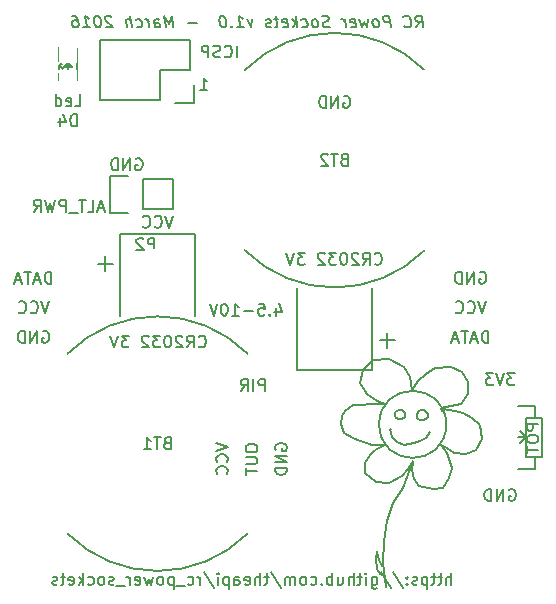
<source format=gbo>
%TF.GenerationSoftware,KiCad,Pcbnew,4.0.1-stable*%
%TF.CreationDate,2016-03-27T20:30:35+01:00*%
%TF.ProjectId,rc_power_sockets,72635F706F7765725F736F636B657473,rev?*%
%TF.FileFunction,Legend,Bot*%
%FSLAX46Y46*%
G04 Gerber Fmt 4.6, Leading zero omitted, Abs format (unit mm)*
G04 Created by KiCad (PCBNEW 4.0.1-stable) date 27/03/2016 20:30:35*
%MOMM*%
G01*
G04 APERTURE LIST*
%ADD10C,0.100000*%
%ADD11C,0.150000*%
%ADD12C,2.686000*%
%ADD13C,6.800000*%
%ADD14R,2.127200X2.432000*%
%ADD15O,2.127200X2.432000*%
%ADD16R,2.432000X2.127200*%
%ADD17O,2.432000X2.127200*%
%ADD18C,2.398980*%
%ADD19R,2.127200X2.127200*%
%ADD20O,2.127200X2.127200*%
%ADD21R,1.598880X1.598880*%
%ADD22R,2.432000X2.432000*%
%ADD23O,2.432000X2.432000*%
%ADD24C,4.800000*%
G04 APERTURE END LIST*
D10*
D11*
X167238095Y-91052381D02*
X166619047Y-91052381D01*
X166952381Y-91433333D01*
X166809523Y-91433333D01*
X166714285Y-91480952D01*
X166666666Y-91528571D01*
X166619047Y-91623810D01*
X166619047Y-91861905D01*
X166666666Y-91957143D01*
X166714285Y-92004762D01*
X166809523Y-92052381D01*
X167095238Y-92052381D01*
X167190476Y-92004762D01*
X167238095Y-91957143D01*
X166333333Y-91052381D02*
X166000000Y-92052381D01*
X165666666Y-91052381D01*
X165428571Y-91052381D02*
X164809523Y-91052381D01*
X165142857Y-91433333D01*
X164999999Y-91433333D01*
X164904761Y-91480952D01*
X164857142Y-91528571D01*
X164809523Y-91623810D01*
X164809523Y-91861905D01*
X164857142Y-91957143D01*
X164904761Y-92004762D01*
X164999999Y-92052381D01*
X165285714Y-92052381D01*
X165380952Y-92004762D01*
X165428571Y-91957143D01*
X135161904Y-72900000D02*
X135257142Y-72852381D01*
X135399999Y-72852381D01*
X135542857Y-72900000D01*
X135638095Y-72995238D01*
X135685714Y-73090476D01*
X135733333Y-73280952D01*
X135733333Y-73423810D01*
X135685714Y-73614286D01*
X135638095Y-73709524D01*
X135542857Y-73804762D01*
X135399999Y-73852381D01*
X135304761Y-73852381D01*
X135161904Y-73804762D01*
X135114285Y-73757143D01*
X135114285Y-73423810D01*
X135304761Y-73423810D01*
X134685714Y-73852381D02*
X134685714Y-72852381D01*
X134114285Y-73852381D01*
X134114285Y-72852381D01*
X133638095Y-73852381D02*
X133638095Y-72852381D01*
X133400000Y-72852381D01*
X133257142Y-72900000D01*
X133161904Y-72995238D01*
X133114285Y-73090476D01*
X133066666Y-73280952D01*
X133066666Y-73423810D01*
X133114285Y-73614286D01*
X133161904Y-73709524D01*
X133257142Y-73804762D01*
X133400000Y-73852381D01*
X133638095Y-73852381D01*
X166761904Y-100900000D02*
X166857142Y-100852381D01*
X166999999Y-100852381D01*
X167142857Y-100900000D01*
X167238095Y-100995238D01*
X167285714Y-101090476D01*
X167333333Y-101280952D01*
X167333333Y-101423810D01*
X167285714Y-101614286D01*
X167238095Y-101709524D01*
X167142857Y-101804762D01*
X166999999Y-101852381D01*
X166904761Y-101852381D01*
X166761904Y-101804762D01*
X166714285Y-101757143D01*
X166714285Y-101423810D01*
X166904761Y-101423810D01*
X166285714Y-101852381D02*
X166285714Y-100852381D01*
X165714285Y-101852381D01*
X165714285Y-100852381D01*
X165238095Y-101852381D02*
X165238095Y-100852381D01*
X165000000Y-100852381D01*
X164857142Y-100900000D01*
X164761904Y-100995238D01*
X164714285Y-101090476D01*
X164666666Y-101280952D01*
X164666666Y-101423810D01*
X164714285Y-101614286D01*
X164761904Y-101709524D01*
X164857142Y-101804762D01*
X165000000Y-101852381D01*
X165238095Y-101852381D01*
X146100000Y-92552381D02*
X146100000Y-91552381D01*
X145719047Y-91552381D01*
X145623809Y-91600000D01*
X145576190Y-91647619D01*
X145528571Y-91742857D01*
X145528571Y-91885714D01*
X145576190Y-91980952D01*
X145623809Y-92028571D01*
X145719047Y-92076190D01*
X146100000Y-92076190D01*
X145100000Y-92552381D02*
X145100000Y-91552381D01*
X144052381Y-92552381D02*
X144385715Y-92076190D01*
X144623810Y-92552381D02*
X144623810Y-91552381D01*
X144242857Y-91552381D01*
X144147619Y-91600000D01*
X144100000Y-91647619D01*
X144052381Y-91742857D01*
X144052381Y-91885714D01*
X144100000Y-91980952D01*
X144147619Y-92028571D01*
X144242857Y-92076190D01*
X144623810Y-92076190D01*
X147000000Y-97538096D02*
X146952381Y-97442858D01*
X146952381Y-97300001D01*
X147000000Y-97157143D01*
X147095238Y-97061905D01*
X147190476Y-97014286D01*
X147380952Y-96966667D01*
X147523810Y-96966667D01*
X147714286Y-97014286D01*
X147809524Y-97061905D01*
X147904762Y-97157143D01*
X147952381Y-97300001D01*
X147952381Y-97395239D01*
X147904762Y-97538096D01*
X147857143Y-97585715D01*
X147523810Y-97585715D01*
X147523810Y-97395239D01*
X147952381Y-98014286D02*
X146952381Y-98014286D01*
X147952381Y-98585715D01*
X146952381Y-98585715D01*
X147952381Y-99061905D02*
X146952381Y-99061905D01*
X146952381Y-99300000D01*
X147000000Y-99442858D01*
X147095238Y-99538096D01*
X147190476Y-99585715D01*
X147380952Y-99633334D01*
X147523810Y-99633334D01*
X147714286Y-99585715D01*
X147809524Y-99538096D01*
X147904762Y-99442858D01*
X147952381Y-99300000D01*
X147952381Y-99061905D01*
X144452381Y-97300000D02*
X144452381Y-97490477D01*
X144500000Y-97585715D01*
X144595238Y-97680953D01*
X144785714Y-97728572D01*
X145119048Y-97728572D01*
X145309524Y-97680953D01*
X145404762Y-97585715D01*
X145452381Y-97490477D01*
X145452381Y-97300000D01*
X145404762Y-97204762D01*
X145309524Y-97109524D01*
X145119048Y-97061905D01*
X144785714Y-97061905D01*
X144595238Y-97109524D01*
X144500000Y-97204762D01*
X144452381Y-97300000D01*
X144452381Y-98157143D02*
X145261905Y-98157143D01*
X145357143Y-98204762D01*
X145404762Y-98252381D01*
X145452381Y-98347619D01*
X145452381Y-98538096D01*
X145404762Y-98633334D01*
X145357143Y-98680953D01*
X145261905Y-98728572D01*
X144452381Y-98728572D01*
X144452381Y-99061905D02*
X144452381Y-99633334D01*
X145452381Y-99347619D02*
X144452381Y-99347619D01*
X141952381Y-96966667D02*
X142952381Y-97300000D01*
X141952381Y-97633334D01*
X142857143Y-98538096D02*
X142904762Y-98490477D01*
X142952381Y-98347620D01*
X142952381Y-98252382D01*
X142904762Y-98109524D01*
X142809524Y-98014286D01*
X142714286Y-97966667D01*
X142523810Y-97919048D01*
X142380952Y-97919048D01*
X142190476Y-97966667D01*
X142095238Y-98014286D01*
X142000000Y-98109524D01*
X141952381Y-98252382D01*
X141952381Y-98347620D01*
X142000000Y-98490477D01*
X142047619Y-98538096D01*
X142857143Y-99538096D02*
X142904762Y-99490477D01*
X142952381Y-99347620D01*
X142952381Y-99252382D01*
X142904762Y-99109524D01*
X142809524Y-99014286D01*
X142714286Y-98966667D01*
X142523810Y-98919048D01*
X142380952Y-98919048D01*
X142190476Y-98966667D01*
X142095238Y-99014286D01*
X142000000Y-99109524D01*
X141952381Y-99252382D01*
X141952381Y-99347620D01*
X142000000Y-99490477D01*
X142047619Y-99538096D01*
X165000000Y-88452381D02*
X165000000Y-87452381D01*
X164761905Y-87452381D01*
X164619047Y-87500000D01*
X164523809Y-87595238D01*
X164476190Y-87690476D01*
X164428571Y-87880952D01*
X164428571Y-88023810D01*
X164476190Y-88214286D01*
X164523809Y-88309524D01*
X164619047Y-88404762D01*
X164761905Y-88452381D01*
X165000000Y-88452381D01*
X164047619Y-88166667D02*
X163571428Y-88166667D01*
X164142857Y-88452381D02*
X163809524Y-87452381D01*
X163476190Y-88452381D01*
X163285714Y-87452381D02*
X162714285Y-87452381D01*
X163000000Y-88452381D02*
X163000000Y-87452381D01*
X162428571Y-88166667D02*
X161952380Y-88166667D01*
X162523809Y-88452381D02*
X162190476Y-87452381D01*
X161857142Y-88452381D01*
X164833333Y-84952381D02*
X164500000Y-85952381D01*
X164166666Y-84952381D01*
X163261904Y-85857143D02*
X163309523Y-85904762D01*
X163452380Y-85952381D01*
X163547618Y-85952381D01*
X163690476Y-85904762D01*
X163785714Y-85809524D01*
X163833333Y-85714286D01*
X163880952Y-85523810D01*
X163880952Y-85380952D01*
X163833333Y-85190476D01*
X163785714Y-85095238D01*
X163690476Y-85000000D01*
X163547618Y-84952381D01*
X163452380Y-84952381D01*
X163309523Y-85000000D01*
X163261904Y-85047619D01*
X162261904Y-85857143D02*
X162309523Y-85904762D01*
X162452380Y-85952381D01*
X162547618Y-85952381D01*
X162690476Y-85904762D01*
X162785714Y-85809524D01*
X162833333Y-85714286D01*
X162880952Y-85523810D01*
X162880952Y-85380952D01*
X162833333Y-85190476D01*
X162785714Y-85095238D01*
X162690476Y-85000000D01*
X162547618Y-84952381D01*
X162452380Y-84952381D01*
X162309523Y-85000000D01*
X162261904Y-85047619D01*
X164261904Y-82500000D02*
X164357142Y-82452381D01*
X164499999Y-82452381D01*
X164642857Y-82500000D01*
X164738095Y-82595238D01*
X164785714Y-82690476D01*
X164833333Y-82880952D01*
X164833333Y-83023810D01*
X164785714Y-83214286D01*
X164738095Y-83309524D01*
X164642857Y-83404762D01*
X164499999Y-83452381D01*
X164404761Y-83452381D01*
X164261904Y-83404762D01*
X164214285Y-83357143D01*
X164214285Y-83023810D01*
X164404761Y-83023810D01*
X163785714Y-83452381D02*
X163785714Y-82452381D01*
X163214285Y-83452381D01*
X163214285Y-82452381D01*
X162738095Y-83452381D02*
X162738095Y-82452381D01*
X162500000Y-82452381D01*
X162357142Y-82500000D01*
X162261904Y-82595238D01*
X162214285Y-82690476D01*
X162166666Y-82880952D01*
X162166666Y-83023810D01*
X162214285Y-83214286D01*
X162261904Y-83309524D01*
X162357142Y-83404762D01*
X162500000Y-83452381D01*
X162738095Y-83452381D01*
X127261904Y-87500000D02*
X127357142Y-87452381D01*
X127499999Y-87452381D01*
X127642857Y-87500000D01*
X127738095Y-87595238D01*
X127785714Y-87690476D01*
X127833333Y-87880952D01*
X127833333Y-88023810D01*
X127785714Y-88214286D01*
X127738095Y-88309524D01*
X127642857Y-88404762D01*
X127499999Y-88452381D01*
X127404761Y-88452381D01*
X127261904Y-88404762D01*
X127214285Y-88357143D01*
X127214285Y-88023810D01*
X127404761Y-88023810D01*
X126785714Y-88452381D02*
X126785714Y-87452381D01*
X126214285Y-88452381D01*
X126214285Y-87452381D01*
X125738095Y-88452381D02*
X125738095Y-87452381D01*
X125500000Y-87452381D01*
X125357142Y-87500000D01*
X125261904Y-87595238D01*
X125214285Y-87690476D01*
X125166666Y-87880952D01*
X125166666Y-88023810D01*
X125214285Y-88214286D01*
X125261904Y-88309524D01*
X125357142Y-88404762D01*
X125500000Y-88452381D01*
X125738095Y-88452381D01*
X127833333Y-84952381D02*
X127500000Y-85952381D01*
X127166666Y-84952381D01*
X126261904Y-85857143D02*
X126309523Y-85904762D01*
X126452380Y-85952381D01*
X126547618Y-85952381D01*
X126690476Y-85904762D01*
X126785714Y-85809524D01*
X126833333Y-85714286D01*
X126880952Y-85523810D01*
X126880952Y-85380952D01*
X126833333Y-85190476D01*
X126785714Y-85095238D01*
X126690476Y-85000000D01*
X126547618Y-84952381D01*
X126452380Y-84952381D01*
X126309523Y-85000000D01*
X126261904Y-85047619D01*
X125261904Y-85857143D02*
X125309523Y-85904762D01*
X125452380Y-85952381D01*
X125547618Y-85952381D01*
X125690476Y-85904762D01*
X125785714Y-85809524D01*
X125833333Y-85714286D01*
X125880952Y-85523810D01*
X125880952Y-85380952D01*
X125833333Y-85190476D01*
X125785714Y-85095238D01*
X125690476Y-85000000D01*
X125547618Y-84952381D01*
X125452380Y-84952381D01*
X125309523Y-85000000D01*
X125261904Y-85047619D01*
X128000000Y-83452381D02*
X128000000Y-82452381D01*
X127761905Y-82452381D01*
X127619047Y-82500000D01*
X127523809Y-82595238D01*
X127476190Y-82690476D01*
X127428571Y-82880952D01*
X127428571Y-83023810D01*
X127476190Y-83214286D01*
X127523809Y-83309524D01*
X127619047Y-83404762D01*
X127761905Y-83452381D01*
X128000000Y-83452381D01*
X127047619Y-83166667D02*
X126571428Y-83166667D01*
X127142857Y-83452381D02*
X126809524Y-82452381D01*
X126476190Y-83452381D01*
X126285714Y-82452381D02*
X125714285Y-82452381D01*
X126000000Y-83452381D02*
X126000000Y-82452381D01*
X125428571Y-83166667D02*
X124952380Y-83166667D01*
X125523809Y-83452381D02*
X125190476Y-82452381D01*
X124857142Y-83452381D01*
X140480952Y-88757143D02*
X140528571Y-88804762D01*
X140671428Y-88852381D01*
X140766666Y-88852381D01*
X140909524Y-88804762D01*
X141004762Y-88709524D01*
X141052381Y-88614286D01*
X141100000Y-88423810D01*
X141100000Y-88280952D01*
X141052381Y-88090476D01*
X141004762Y-87995238D01*
X140909524Y-87900000D01*
X140766666Y-87852381D01*
X140671428Y-87852381D01*
X140528571Y-87900000D01*
X140480952Y-87947619D01*
X139480952Y-88852381D02*
X139814286Y-88376190D01*
X140052381Y-88852381D02*
X140052381Y-87852381D01*
X139671428Y-87852381D01*
X139576190Y-87900000D01*
X139528571Y-87947619D01*
X139480952Y-88042857D01*
X139480952Y-88185714D01*
X139528571Y-88280952D01*
X139576190Y-88328571D01*
X139671428Y-88376190D01*
X140052381Y-88376190D01*
X139100000Y-87947619D02*
X139052381Y-87900000D01*
X138957143Y-87852381D01*
X138719047Y-87852381D01*
X138623809Y-87900000D01*
X138576190Y-87947619D01*
X138528571Y-88042857D01*
X138528571Y-88138095D01*
X138576190Y-88280952D01*
X139147619Y-88852381D01*
X138528571Y-88852381D01*
X137909524Y-87852381D02*
X137814285Y-87852381D01*
X137719047Y-87900000D01*
X137671428Y-87947619D01*
X137623809Y-88042857D01*
X137576190Y-88233333D01*
X137576190Y-88471429D01*
X137623809Y-88661905D01*
X137671428Y-88757143D01*
X137719047Y-88804762D01*
X137814285Y-88852381D01*
X137909524Y-88852381D01*
X138004762Y-88804762D01*
X138052381Y-88757143D01*
X138100000Y-88661905D01*
X138147619Y-88471429D01*
X138147619Y-88233333D01*
X138100000Y-88042857D01*
X138052381Y-87947619D01*
X138004762Y-87900000D01*
X137909524Y-87852381D01*
X137242857Y-87852381D02*
X136623809Y-87852381D01*
X136957143Y-88233333D01*
X136814285Y-88233333D01*
X136719047Y-88280952D01*
X136671428Y-88328571D01*
X136623809Y-88423810D01*
X136623809Y-88661905D01*
X136671428Y-88757143D01*
X136719047Y-88804762D01*
X136814285Y-88852381D01*
X137100000Y-88852381D01*
X137195238Y-88804762D01*
X137242857Y-88757143D01*
X136242857Y-87947619D02*
X136195238Y-87900000D01*
X136100000Y-87852381D01*
X135861904Y-87852381D01*
X135766666Y-87900000D01*
X135719047Y-87947619D01*
X135671428Y-88042857D01*
X135671428Y-88138095D01*
X135719047Y-88280952D01*
X136290476Y-88852381D01*
X135671428Y-88852381D01*
X134576190Y-87852381D02*
X133957142Y-87852381D01*
X134290476Y-88233333D01*
X134147618Y-88233333D01*
X134052380Y-88280952D01*
X134004761Y-88328571D01*
X133957142Y-88423810D01*
X133957142Y-88661905D01*
X134004761Y-88757143D01*
X134052380Y-88804762D01*
X134147618Y-88852381D01*
X134433333Y-88852381D01*
X134528571Y-88804762D01*
X134576190Y-88757143D01*
X133671428Y-87852381D02*
X133338095Y-88852381D01*
X133004761Y-87852381D01*
X155380952Y-81757143D02*
X155428571Y-81804762D01*
X155571428Y-81852381D01*
X155666666Y-81852381D01*
X155809524Y-81804762D01*
X155904762Y-81709524D01*
X155952381Y-81614286D01*
X156000000Y-81423810D01*
X156000000Y-81280952D01*
X155952381Y-81090476D01*
X155904762Y-80995238D01*
X155809524Y-80900000D01*
X155666666Y-80852381D01*
X155571428Y-80852381D01*
X155428571Y-80900000D01*
X155380952Y-80947619D01*
X154380952Y-81852381D02*
X154714286Y-81376190D01*
X154952381Y-81852381D02*
X154952381Y-80852381D01*
X154571428Y-80852381D01*
X154476190Y-80900000D01*
X154428571Y-80947619D01*
X154380952Y-81042857D01*
X154380952Y-81185714D01*
X154428571Y-81280952D01*
X154476190Y-81328571D01*
X154571428Y-81376190D01*
X154952381Y-81376190D01*
X154000000Y-80947619D02*
X153952381Y-80900000D01*
X153857143Y-80852381D01*
X153619047Y-80852381D01*
X153523809Y-80900000D01*
X153476190Y-80947619D01*
X153428571Y-81042857D01*
X153428571Y-81138095D01*
X153476190Y-81280952D01*
X154047619Y-81852381D01*
X153428571Y-81852381D01*
X152809524Y-80852381D02*
X152714285Y-80852381D01*
X152619047Y-80900000D01*
X152571428Y-80947619D01*
X152523809Y-81042857D01*
X152476190Y-81233333D01*
X152476190Y-81471429D01*
X152523809Y-81661905D01*
X152571428Y-81757143D01*
X152619047Y-81804762D01*
X152714285Y-81852381D01*
X152809524Y-81852381D01*
X152904762Y-81804762D01*
X152952381Y-81757143D01*
X153000000Y-81661905D01*
X153047619Y-81471429D01*
X153047619Y-81233333D01*
X153000000Y-81042857D01*
X152952381Y-80947619D01*
X152904762Y-80900000D01*
X152809524Y-80852381D01*
X152142857Y-80852381D02*
X151523809Y-80852381D01*
X151857143Y-81233333D01*
X151714285Y-81233333D01*
X151619047Y-81280952D01*
X151571428Y-81328571D01*
X151523809Y-81423810D01*
X151523809Y-81661905D01*
X151571428Y-81757143D01*
X151619047Y-81804762D01*
X151714285Y-81852381D01*
X152000000Y-81852381D01*
X152095238Y-81804762D01*
X152142857Y-81757143D01*
X151142857Y-80947619D02*
X151095238Y-80900000D01*
X151000000Y-80852381D01*
X150761904Y-80852381D01*
X150666666Y-80900000D01*
X150619047Y-80947619D01*
X150571428Y-81042857D01*
X150571428Y-81138095D01*
X150619047Y-81280952D01*
X151190476Y-81852381D01*
X150571428Y-81852381D01*
X149476190Y-80852381D02*
X148857142Y-80852381D01*
X149190476Y-81233333D01*
X149047618Y-81233333D01*
X148952380Y-81280952D01*
X148904761Y-81328571D01*
X148857142Y-81423810D01*
X148857142Y-81661905D01*
X148904761Y-81757143D01*
X148952380Y-81804762D01*
X149047618Y-81852381D01*
X149333333Y-81852381D01*
X149428571Y-81804762D01*
X149476190Y-81757143D01*
X148571428Y-80852381D02*
X148238095Y-81852381D01*
X147904761Y-80852381D01*
X152761904Y-67600000D02*
X152857142Y-67552381D01*
X152999999Y-67552381D01*
X153142857Y-67600000D01*
X153238095Y-67695238D01*
X153285714Y-67790476D01*
X153333333Y-67980952D01*
X153333333Y-68123810D01*
X153285714Y-68314286D01*
X153238095Y-68409524D01*
X153142857Y-68504762D01*
X152999999Y-68552381D01*
X152904761Y-68552381D01*
X152761904Y-68504762D01*
X152714285Y-68457143D01*
X152714285Y-68123810D01*
X152904761Y-68123810D01*
X152285714Y-68552381D02*
X152285714Y-67552381D01*
X151714285Y-68552381D01*
X151714285Y-67552381D01*
X151238095Y-68552381D02*
X151238095Y-67552381D01*
X151000000Y-67552381D01*
X150857142Y-67600000D01*
X150761904Y-67695238D01*
X150714285Y-67790476D01*
X150666666Y-67980952D01*
X150666666Y-68123810D01*
X150714285Y-68314286D01*
X150761904Y-68409524D01*
X150857142Y-68504762D01*
X151000000Y-68552381D01*
X151238095Y-68552381D01*
X161880954Y-108952381D02*
X161880954Y-107952381D01*
X161452382Y-108952381D02*
X161452382Y-108428571D01*
X161500001Y-108333333D01*
X161595239Y-108285714D01*
X161738097Y-108285714D01*
X161833335Y-108333333D01*
X161880954Y-108380952D01*
X161119049Y-108285714D02*
X160738097Y-108285714D01*
X160976192Y-107952381D02*
X160976192Y-108809524D01*
X160928573Y-108904762D01*
X160833335Y-108952381D01*
X160738097Y-108952381D01*
X160547620Y-108285714D02*
X160166668Y-108285714D01*
X160404763Y-107952381D02*
X160404763Y-108809524D01*
X160357144Y-108904762D01*
X160261906Y-108952381D01*
X160166668Y-108952381D01*
X159833334Y-108285714D02*
X159833334Y-109285714D01*
X159833334Y-108333333D02*
X159738096Y-108285714D01*
X159547619Y-108285714D01*
X159452381Y-108333333D01*
X159404762Y-108380952D01*
X159357143Y-108476190D01*
X159357143Y-108761905D01*
X159404762Y-108857143D01*
X159452381Y-108904762D01*
X159547619Y-108952381D01*
X159738096Y-108952381D01*
X159833334Y-108904762D01*
X158976191Y-108904762D02*
X158880953Y-108952381D01*
X158690477Y-108952381D01*
X158595238Y-108904762D01*
X158547619Y-108809524D01*
X158547619Y-108761905D01*
X158595238Y-108666667D01*
X158690477Y-108619048D01*
X158833334Y-108619048D01*
X158928572Y-108571429D01*
X158976191Y-108476190D01*
X158976191Y-108428571D01*
X158928572Y-108333333D01*
X158833334Y-108285714D01*
X158690477Y-108285714D01*
X158595238Y-108333333D01*
X158119048Y-108857143D02*
X158071429Y-108904762D01*
X158119048Y-108952381D01*
X158166667Y-108904762D01*
X158119048Y-108857143D01*
X158119048Y-108952381D01*
X158119048Y-108333333D02*
X158071429Y-108380952D01*
X158119048Y-108428571D01*
X158166667Y-108380952D01*
X158119048Y-108333333D01*
X158119048Y-108428571D01*
X156928572Y-107904762D02*
X157785715Y-109190476D01*
X155880953Y-107904762D02*
X156738096Y-109190476D01*
X155119048Y-108285714D02*
X155119048Y-109095238D01*
X155166667Y-109190476D01*
X155214286Y-109238095D01*
X155309525Y-109285714D01*
X155452382Y-109285714D01*
X155547620Y-109238095D01*
X155119048Y-108904762D02*
X155214286Y-108952381D01*
X155404763Y-108952381D01*
X155500001Y-108904762D01*
X155547620Y-108857143D01*
X155595239Y-108761905D01*
X155595239Y-108476190D01*
X155547620Y-108380952D01*
X155500001Y-108333333D01*
X155404763Y-108285714D01*
X155214286Y-108285714D01*
X155119048Y-108333333D01*
X154642858Y-108952381D02*
X154642858Y-108285714D01*
X154642858Y-107952381D02*
X154690477Y-108000000D01*
X154642858Y-108047619D01*
X154595239Y-108000000D01*
X154642858Y-107952381D01*
X154642858Y-108047619D01*
X154309525Y-108285714D02*
X153928573Y-108285714D01*
X154166668Y-107952381D02*
X154166668Y-108809524D01*
X154119049Y-108904762D01*
X154023811Y-108952381D01*
X153928573Y-108952381D01*
X153595239Y-108952381D02*
X153595239Y-107952381D01*
X153166667Y-108952381D02*
X153166667Y-108428571D01*
X153214286Y-108333333D01*
X153309524Y-108285714D01*
X153452382Y-108285714D01*
X153547620Y-108333333D01*
X153595239Y-108380952D01*
X152261905Y-108285714D02*
X152261905Y-108952381D01*
X152690477Y-108285714D02*
X152690477Y-108809524D01*
X152642858Y-108904762D01*
X152547620Y-108952381D01*
X152404762Y-108952381D01*
X152309524Y-108904762D01*
X152261905Y-108857143D01*
X151785715Y-108952381D02*
X151785715Y-107952381D01*
X151785715Y-108333333D02*
X151690477Y-108285714D01*
X151500000Y-108285714D01*
X151404762Y-108333333D01*
X151357143Y-108380952D01*
X151309524Y-108476190D01*
X151309524Y-108761905D01*
X151357143Y-108857143D01*
X151404762Y-108904762D01*
X151500000Y-108952381D01*
X151690477Y-108952381D01*
X151785715Y-108904762D01*
X150880953Y-108857143D02*
X150833334Y-108904762D01*
X150880953Y-108952381D01*
X150928572Y-108904762D01*
X150880953Y-108857143D01*
X150880953Y-108952381D01*
X149976191Y-108904762D02*
X150071429Y-108952381D01*
X150261906Y-108952381D01*
X150357144Y-108904762D01*
X150404763Y-108857143D01*
X150452382Y-108761905D01*
X150452382Y-108476190D01*
X150404763Y-108380952D01*
X150357144Y-108333333D01*
X150261906Y-108285714D01*
X150071429Y-108285714D01*
X149976191Y-108333333D01*
X149404763Y-108952381D02*
X149500001Y-108904762D01*
X149547620Y-108857143D01*
X149595239Y-108761905D01*
X149595239Y-108476190D01*
X149547620Y-108380952D01*
X149500001Y-108333333D01*
X149404763Y-108285714D01*
X149261905Y-108285714D01*
X149166667Y-108333333D01*
X149119048Y-108380952D01*
X149071429Y-108476190D01*
X149071429Y-108761905D01*
X149119048Y-108857143D01*
X149166667Y-108904762D01*
X149261905Y-108952381D01*
X149404763Y-108952381D01*
X148642858Y-108952381D02*
X148642858Y-108285714D01*
X148642858Y-108380952D02*
X148595239Y-108333333D01*
X148500001Y-108285714D01*
X148357143Y-108285714D01*
X148261905Y-108333333D01*
X148214286Y-108428571D01*
X148214286Y-108952381D01*
X148214286Y-108428571D02*
X148166667Y-108333333D01*
X148071429Y-108285714D01*
X147928572Y-108285714D01*
X147833334Y-108333333D01*
X147785715Y-108428571D01*
X147785715Y-108952381D01*
X146595239Y-107904762D02*
X147452382Y-109190476D01*
X146404763Y-108285714D02*
X146023811Y-108285714D01*
X146261906Y-107952381D02*
X146261906Y-108809524D01*
X146214287Y-108904762D01*
X146119049Y-108952381D01*
X146023811Y-108952381D01*
X145690477Y-108952381D02*
X145690477Y-107952381D01*
X145261905Y-108952381D02*
X145261905Y-108428571D01*
X145309524Y-108333333D01*
X145404762Y-108285714D01*
X145547620Y-108285714D01*
X145642858Y-108333333D01*
X145690477Y-108380952D01*
X144404762Y-108904762D02*
X144500000Y-108952381D01*
X144690477Y-108952381D01*
X144785715Y-108904762D01*
X144833334Y-108809524D01*
X144833334Y-108428571D01*
X144785715Y-108333333D01*
X144690477Y-108285714D01*
X144500000Y-108285714D01*
X144404762Y-108333333D01*
X144357143Y-108428571D01*
X144357143Y-108523810D01*
X144833334Y-108619048D01*
X143500000Y-108952381D02*
X143500000Y-108428571D01*
X143547619Y-108333333D01*
X143642857Y-108285714D01*
X143833334Y-108285714D01*
X143928572Y-108333333D01*
X143500000Y-108904762D02*
X143595238Y-108952381D01*
X143833334Y-108952381D01*
X143928572Y-108904762D01*
X143976191Y-108809524D01*
X143976191Y-108714286D01*
X143928572Y-108619048D01*
X143833334Y-108571429D01*
X143595238Y-108571429D01*
X143500000Y-108523810D01*
X143023810Y-108285714D02*
X143023810Y-109285714D01*
X143023810Y-108333333D02*
X142928572Y-108285714D01*
X142738095Y-108285714D01*
X142642857Y-108333333D01*
X142595238Y-108380952D01*
X142547619Y-108476190D01*
X142547619Y-108761905D01*
X142595238Y-108857143D01*
X142642857Y-108904762D01*
X142738095Y-108952381D01*
X142928572Y-108952381D01*
X143023810Y-108904762D01*
X142119048Y-108952381D02*
X142119048Y-108285714D01*
X142119048Y-107952381D02*
X142166667Y-108000000D01*
X142119048Y-108047619D01*
X142071429Y-108000000D01*
X142119048Y-107952381D01*
X142119048Y-108047619D01*
X140928572Y-107904762D02*
X141785715Y-109190476D01*
X140595239Y-108952381D02*
X140595239Y-108285714D01*
X140595239Y-108476190D02*
X140547620Y-108380952D01*
X140500001Y-108333333D01*
X140404763Y-108285714D01*
X140309524Y-108285714D01*
X139547619Y-108904762D02*
X139642857Y-108952381D01*
X139833334Y-108952381D01*
X139928572Y-108904762D01*
X139976191Y-108857143D01*
X140023810Y-108761905D01*
X140023810Y-108476190D01*
X139976191Y-108380952D01*
X139928572Y-108333333D01*
X139833334Y-108285714D01*
X139642857Y-108285714D01*
X139547619Y-108333333D01*
X139357143Y-109047619D02*
X138595238Y-109047619D01*
X138357143Y-108285714D02*
X138357143Y-109285714D01*
X138357143Y-108333333D02*
X138261905Y-108285714D01*
X138071428Y-108285714D01*
X137976190Y-108333333D01*
X137928571Y-108380952D01*
X137880952Y-108476190D01*
X137880952Y-108761905D01*
X137928571Y-108857143D01*
X137976190Y-108904762D01*
X138071428Y-108952381D01*
X138261905Y-108952381D01*
X138357143Y-108904762D01*
X137309524Y-108952381D02*
X137404762Y-108904762D01*
X137452381Y-108857143D01*
X137500000Y-108761905D01*
X137500000Y-108476190D01*
X137452381Y-108380952D01*
X137404762Y-108333333D01*
X137309524Y-108285714D01*
X137166666Y-108285714D01*
X137071428Y-108333333D01*
X137023809Y-108380952D01*
X136976190Y-108476190D01*
X136976190Y-108761905D01*
X137023809Y-108857143D01*
X137071428Y-108904762D01*
X137166666Y-108952381D01*
X137309524Y-108952381D01*
X136642857Y-108285714D02*
X136452381Y-108952381D01*
X136261904Y-108476190D01*
X136071428Y-108952381D01*
X135880952Y-108285714D01*
X135119047Y-108904762D02*
X135214285Y-108952381D01*
X135404762Y-108952381D01*
X135500000Y-108904762D01*
X135547619Y-108809524D01*
X135547619Y-108428571D01*
X135500000Y-108333333D01*
X135404762Y-108285714D01*
X135214285Y-108285714D01*
X135119047Y-108333333D01*
X135071428Y-108428571D01*
X135071428Y-108523810D01*
X135547619Y-108619048D01*
X134642857Y-108952381D02*
X134642857Y-108285714D01*
X134642857Y-108476190D02*
X134595238Y-108380952D01*
X134547619Y-108333333D01*
X134452381Y-108285714D01*
X134357142Y-108285714D01*
X134261904Y-109047619D02*
X133499999Y-109047619D01*
X133309523Y-108904762D02*
X133214285Y-108952381D01*
X133023809Y-108952381D01*
X132928570Y-108904762D01*
X132880951Y-108809524D01*
X132880951Y-108761905D01*
X132928570Y-108666667D01*
X133023809Y-108619048D01*
X133166666Y-108619048D01*
X133261904Y-108571429D01*
X133309523Y-108476190D01*
X133309523Y-108428571D01*
X133261904Y-108333333D01*
X133166666Y-108285714D01*
X133023809Y-108285714D01*
X132928570Y-108333333D01*
X132309523Y-108952381D02*
X132404761Y-108904762D01*
X132452380Y-108857143D01*
X132499999Y-108761905D01*
X132499999Y-108476190D01*
X132452380Y-108380952D01*
X132404761Y-108333333D01*
X132309523Y-108285714D01*
X132166665Y-108285714D01*
X132071427Y-108333333D01*
X132023808Y-108380952D01*
X131976189Y-108476190D01*
X131976189Y-108761905D01*
X132023808Y-108857143D01*
X132071427Y-108904762D01*
X132166665Y-108952381D01*
X132309523Y-108952381D01*
X131119046Y-108904762D02*
X131214284Y-108952381D01*
X131404761Y-108952381D01*
X131499999Y-108904762D01*
X131547618Y-108857143D01*
X131595237Y-108761905D01*
X131595237Y-108476190D01*
X131547618Y-108380952D01*
X131499999Y-108333333D01*
X131404761Y-108285714D01*
X131214284Y-108285714D01*
X131119046Y-108333333D01*
X130690475Y-108952381D02*
X130690475Y-107952381D01*
X130595237Y-108571429D02*
X130309522Y-108952381D01*
X130309522Y-108285714D02*
X130690475Y-108666667D01*
X129499998Y-108904762D02*
X129595236Y-108952381D01*
X129785713Y-108952381D01*
X129880951Y-108904762D01*
X129928570Y-108809524D01*
X129928570Y-108428571D01*
X129880951Y-108333333D01*
X129785713Y-108285714D01*
X129595236Y-108285714D01*
X129499998Y-108333333D01*
X129452379Y-108428571D01*
X129452379Y-108523810D01*
X129928570Y-108619048D01*
X129166665Y-108285714D02*
X128785713Y-108285714D01*
X129023808Y-107952381D02*
X129023808Y-108809524D01*
X128976189Y-108904762D01*
X128880951Y-108952381D01*
X128785713Y-108952381D01*
X128499998Y-108904762D02*
X128404760Y-108952381D01*
X128214284Y-108952381D01*
X128119045Y-108904762D01*
X128071426Y-108809524D01*
X128071426Y-108761905D01*
X128119045Y-108666667D01*
X128214284Y-108619048D01*
X128357141Y-108619048D01*
X128452379Y-108571429D01*
X128499998Y-108476190D01*
X128499998Y-108428571D01*
X128452379Y-108333333D01*
X128357141Y-108285714D01*
X128214284Y-108285714D01*
X128119045Y-108333333D01*
X140614285Y-67052381D02*
X141185714Y-67052381D01*
X140900000Y-67052381D02*
X140900000Y-66052381D01*
X140995238Y-66195238D01*
X141090476Y-66290476D01*
X141185714Y-66338095D01*
X147023809Y-85485714D02*
X147023809Y-86152381D01*
X147261905Y-85104762D02*
X147500000Y-85819048D01*
X146880952Y-85819048D01*
X146500000Y-86057143D02*
X146452381Y-86104762D01*
X146500000Y-86152381D01*
X146547619Y-86104762D01*
X146500000Y-86057143D01*
X146500000Y-86152381D01*
X145547619Y-85152381D02*
X146023810Y-85152381D01*
X146071429Y-85628571D01*
X146023810Y-85580952D01*
X145928572Y-85533333D01*
X145690476Y-85533333D01*
X145595238Y-85580952D01*
X145547619Y-85628571D01*
X145500000Y-85723810D01*
X145500000Y-85961905D01*
X145547619Y-86057143D01*
X145595238Y-86104762D01*
X145690476Y-86152381D01*
X145928572Y-86152381D01*
X146023810Y-86104762D01*
X146071429Y-86057143D01*
X145071429Y-85771429D02*
X144309524Y-85771429D01*
X143309524Y-86152381D02*
X143880953Y-86152381D01*
X143595239Y-86152381D02*
X143595239Y-85152381D01*
X143690477Y-85295238D01*
X143785715Y-85390476D01*
X143880953Y-85438095D01*
X142690477Y-85152381D02*
X142595238Y-85152381D01*
X142500000Y-85200000D01*
X142452381Y-85247619D01*
X142404762Y-85342857D01*
X142357143Y-85533333D01*
X142357143Y-85771429D01*
X142404762Y-85961905D01*
X142452381Y-86057143D01*
X142500000Y-86104762D01*
X142595238Y-86152381D01*
X142690477Y-86152381D01*
X142785715Y-86104762D01*
X142833334Y-86057143D01*
X142880953Y-85961905D01*
X142928572Y-85771429D01*
X142928572Y-85533333D01*
X142880953Y-85342857D01*
X142833334Y-85247619D01*
X142785715Y-85200000D01*
X142690477Y-85152381D01*
X142071429Y-85152381D02*
X141738096Y-86152381D01*
X141404762Y-85152381D01*
X158918454Y-61752381D02*
X159192264Y-61276190D01*
X159489883Y-61752381D02*
X159364883Y-60752381D01*
X158983930Y-60752381D01*
X158894644Y-60800000D01*
X158852977Y-60847619D01*
X158817263Y-60942857D01*
X158835120Y-61085714D01*
X158894644Y-61180952D01*
X158948215Y-61228571D01*
X159049406Y-61276190D01*
X159430359Y-61276190D01*
X157906549Y-61657143D02*
X157960120Y-61704762D01*
X158108930Y-61752381D01*
X158204168Y-61752381D01*
X158341073Y-61704762D01*
X158424406Y-61609524D01*
X158460121Y-61514286D01*
X158483930Y-61323810D01*
X158466073Y-61180952D01*
X158394644Y-60990476D01*
X158335121Y-60895238D01*
X158227978Y-60800000D01*
X158079168Y-60752381D01*
X157983930Y-60752381D01*
X157847025Y-60800000D01*
X157805358Y-60847619D01*
X156727978Y-61752381D02*
X156602978Y-60752381D01*
X156222025Y-60752381D01*
X156132739Y-60800000D01*
X156091072Y-60847619D01*
X156055358Y-60942857D01*
X156073215Y-61085714D01*
X156132739Y-61180952D01*
X156186310Y-61228571D01*
X156287501Y-61276190D01*
X156668454Y-61276190D01*
X155585121Y-61752381D02*
X155674406Y-61704762D01*
X155716073Y-61657143D01*
X155751787Y-61561905D01*
X155716073Y-61276190D01*
X155656549Y-61180952D01*
X155602978Y-61133333D01*
X155501787Y-61085714D01*
X155358929Y-61085714D01*
X155269644Y-61133333D01*
X155227977Y-61180952D01*
X155192263Y-61276190D01*
X155227977Y-61561905D01*
X155287501Y-61657143D01*
X155341072Y-61704762D01*
X155442263Y-61752381D01*
X155585121Y-61752381D01*
X154835120Y-61085714D02*
X154727978Y-61752381D01*
X154477977Y-61276190D01*
X154347025Y-61752381D01*
X154073215Y-61085714D01*
X153388691Y-61704762D02*
X153489882Y-61752381D01*
X153680359Y-61752381D01*
X153769644Y-61704762D01*
X153805358Y-61609524D01*
X153757739Y-61228571D01*
X153698216Y-61133333D01*
X153597025Y-61085714D01*
X153406548Y-61085714D01*
X153317263Y-61133333D01*
X153281548Y-61228571D01*
X153293453Y-61323810D01*
X153781549Y-61419048D01*
X152918454Y-61752381D02*
X152835120Y-61085714D01*
X152858930Y-61276190D02*
X152799406Y-61180952D01*
X152745835Y-61133333D01*
X152644644Y-61085714D01*
X152549405Y-61085714D01*
X151579167Y-61704762D02*
X151442263Y-61752381D01*
X151204167Y-61752381D01*
X151102976Y-61704762D01*
X151049405Y-61657143D01*
X150989881Y-61561905D01*
X150977976Y-61466667D01*
X151013691Y-61371429D01*
X151055357Y-61323810D01*
X151144643Y-61276190D01*
X151329167Y-61228571D01*
X151418453Y-61180952D01*
X151460120Y-61133333D01*
X151495834Y-61038095D01*
X151483929Y-60942857D01*
X151424405Y-60847619D01*
X151370834Y-60800000D01*
X151269644Y-60752381D01*
X151031548Y-60752381D01*
X150894643Y-60800000D01*
X150442263Y-61752381D02*
X150531548Y-61704762D01*
X150573215Y-61657143D01*
X150608929Y-61561905D01*
X150573215Y-61276190D01*
X150513691Y-61180952D01*
X150460120Y-61133333D01*
X150358929Y-61085714D01*
X150216071Y-61085714D01*
X150126786Y-61133333D01*
X150085119Y-61180952D01*
X150049405Y-61276190D01*
X150085119Y-61561905D01*
X150144643Y-61657143D01*
X150198214Y-61704762D01*
X150299405Y-61752381D01*
X150442263Y-61752381D01*
X149245833Y-61704762D02*
X149347024Y-61752381D01*
X149537501Y-61752381D01*
X149626786Y-61704762D01*
X149668453Y-61657143D01*
X149704167Y-61561905D01*
X149668453Y-61276190D01*
X149608929Y-61180952D01*
X149555358Y-61133333D01*
X149454167Y-61085714D01*
X149263690Y-61085714D01*
X149174405Y-61133333D01*
X148823215Y-61752381D02*
X148698215Y-60752381D01*
X148680358Y-61371429D02*
X148442262Y-61752381D01*
X148358928Y-61085714D02*
X148787500Y-61466667D01*
X147626785Y-61704762D02*
X147727976Y-61752381D01*
X147918453Y-61752381D01*
X148007738Y-61704762D01*
X148043452Y-61609524D01*
X147995833Y-61228571D01*
X147936310Y-61133333D01*
X147835119Y-61085714D01*
X147644642Y-61085714D01*
X147555357Y-61133333D01*
X147519642Y-61228571D01*
X147531547Y-61323810D01*
X148019643Y-61419048D01*
X147216071Y-61085714D02*
X146835119Y-61085714D01*
X147031548Y-60752381D02*
X147138690Y-61609524D01*
X147102976Y-61704762D01*
X147013691Y-61752381D01*
X146918453Y-61752381D01*
X146626785Y-61704762D02*
X146537500Y-61752381D01*
X146347024Y-61752381D01*
X146245832Y-61704762D01*
X146186308Y-61609524D01*
X146180356Y-61561905D01*
X146216070Y-61466667D01*
X146305357Y-61419048D01*
X146448214Y-61419048D01*
X146537500Y-61371429D01*
X146573214Y-61276190D01*
X146567261Y-61228571D01*
X146507738Y-61133333D01*
X146406547Y-61085714D01*
X146263690Y-61085714D01*
X146174404Y-61133333D01*
X145025594Y-61085714D02*
X144870833Y-61752381D01*
X144549403Y-61085714D01*
X143727975Y-61752381D02*
X144299404Y-61752381D01*
X144013690Y-61752381D02*
X143888690Y-60752381D01*
X144001785Y-60895238D01*
X144108927Y-60990476D01*
X144210118Y-61038095D01*
X143287499Y-61657143D02*
X143245832Y-61704762D01*
X143299404Y-61752381D01*
X143341070Y-61704762D01*
X143287499Y-61657143D01*
X143299404Y-61752381D01*
X142507738Y-60752381D02*
X142412499Y-60752381D01*
X142323213Y-60800000D01*
X142281546Y-60847619D01*
X142245832Y-60942857D01*
X142222023Y-61133333D01*
X142251785Y-61371429D01*
X142323213Y-61561905D01*
X142382737Y-61657143D01*
X142436308Y-61704762D01*
X142537499Y-61752381D01*
X142632738Y-61752381D01*
X142722023Y-61704762D01*
X142763690Y-61657143D01*
X142799404Y-61561905D01*
X142823214Y-61371429D01*
X142793452Y-61133333D01*
X142722023Y-60942857D01*
X142662499Y-60847619D01*
X142608928Y-60800000D01*
X142507738Y-60752381D01*
X140299404Y-61371429D02*
X139537499Y-61371429D01*
X138347023Y-61752381D02*
X138222023Y-60752381D01*
X137977974Y-61466667D01*
X137555356Y-60752381D01*
X137680356Y-61752381D01*
X136775594Y-61752381D02*
X136710117Y-61228571D01*
X136745832Y-61133333D01*
X136835117Y-61085714D01*
X137025594Y-61085714D01*
X137126785Y-61133333D01*
X136769641Y-61704762D02*
X136870832Y-61752381D01*
X137108928Y-61752381D01*
X137198213Y-61704762D01*
X137233927Y-61609524D01*
X137222023Y-61514286D01*
X137162499Y-61419048D01*
X137061309Y-61371429D01*
X136823213Y-61371429D01*
X136722022Y-61323810D01*
X136299404Y-61752381D02*
X136216070Y-61085714D01*
X136239880Y-61276190D02*
X136180356Y-61180952D01*
X136126785Y-61133333D01*
X136025594Y-61085714D01*
X135930355Y-61085714D01*
X135245831Y-61704762D02*
X135347022Y-61752381D01*
X135537499Y-61752381D01*
X135626784Y-61704762D01*
X135668451Y-61657143D01*
X135704165Y-61561905D01*
X135668451Y-61276190D01*
X135608927Y-61180952D01*
X135555356Y-61133333D01*
X135454165Y-61085714D01*
X135263688Y-61085714D01*
X135174403Y-61133333D01*
X134823213Y-61752381D02*
X134698213Y-60752381D01*
X134394641Y-61752381D02*
X134329164Y-61228571D01*
X134364879Y-61133333D01*
X134454164Y-61085714D01*
X134597022Y-61085714D01*
X134698213Y-61133333D01*
X134751784Y-61180952D01*
X133091069Y-60847619D02*
X133037498Y-60800000D01*
X132936308Y-60752381D01*
X132698212Y-60752381D01*
X132608926Y-60800000D01*
X132567259Y-60847619D01*
X132531545Y-60942857D01*
X132543450Y-61038095D01*
X132608926Y-61180952D01*
X133251784Y-61752381D01*
X132632736Y-61752381D01*
X131888689Y-60752381D02*
X131793450Y-60752381D01*
X131704164Y-60800000D01*
X131662497Y-60847619D01*
X131626783Y-60942857D01*
X131602974Y-61133333D01*
X131632736Y-61371429D01*
X131704164Y-61561905D01*
X131763688Y-61657143D01*
X131817259Y-61704762D01*
X131918450Y-61752381D01*
X132013689Y-61752381D01*
X132102974Y-61704762D01*
X132144641Y-61657143D01*
X132180355Y-61561905D01*
X132204165Y-61371429D01*
X132174403Y-61133333D01*
X132102974Y-60942857D01*
X132043450Y-60847619D01*
X131989879Y-60800000D01*
X131888689Y-60752381D01*
X130727974Y-61752381D02*
X131299403Y-61752381D01*
X131013689Y-61752381D02*
X130888689Y-60752381D01*
X131001784Y-60895238D01*
X131108926Y-60990476D01*
X131210117Y-61038095D01*
X129745831Y-60752381D02*
X129936308Y-60752381D01*
X130037498Y-60800000D01*
X130091069Y-60847619D01*
X130204164Y-60990476D01*
X130275593Y-61180952D01*
X130323212Y-61561905D01*
X130287498Y-61657143D01*
X130245831Y-61704762D01*
X130156546Y-61752381D01*
X129966069Y-61752381D01*
X129864878Y-61704762D01*
X129811307Y-61657143D01*
X129751783Y-61561905D01*
X129722021Y-61323810D01*
X129757735Y-61228571D01*
X129799402Y-61180952D01*
X129888688Y-61133333D01*
X130079165Y-61133333D01*
X130180355Y-61180952D01*
X130233926Y-61228571D01*
X130293450Y-61323810D01*
X138333333Y-77702381D02*
X138000000Y-78702381D01*
X137666666Y-77702381D01*
X136761904Y-78607143D02*
X136809523Y-78654762D01*
X136952380Y-78702381D01*
X137047618Y-78702381D01*
X137190476Y-78654762D01*
X137285714Y-78559524D01*
X137333333Y-78464286D01*
X137380952Y-78273810D01*
X137380952Y-78130952D01*
X137333333Y-77940476D01*
X137285714Y-77845238D01*
X137190476Y-77750000D01*
X137047618Y-77702381D01*
X136952380Y-77702381D01*
X136809523Y-77750000D01*
X136761904Y-77797619D01*
X135761904Y-78607143D02*
X135809523Y-78654762D01*
X135952380Y-78702381D01*
X136047618Y-78702381D01*
X136190476Y-78654762D01*
X136285714Y-78559524D01*
X136333333Y-78464286D01*
X136380952Y-78273810D01*
X136380952Y-78130952D01*
X136333333Y-77940476D01*
X136285714Y-77845238D01*
X136190476Y-77750000D01*
X136047618Y-77702381D01*
X135952380Y-77702381D01*
X135809523Y-77750000D01*
X135761904Y-77797619D01*
X159620000Y-80620000D02*
G75*
G02X144380000Y-80620000I-7620000J7620000D01*
G01*
X144380000Y-65380000D02*
G75*
G02X159620000Y-65380000I7620000J-7620000D01*
G01*
X155810000Y-88240000D02*
X157080000Y-88240000D01*
X156445000Y-87605000D02*
X156445000Y-88875000D01*
X148825000Y-90145000D02*
X148825000Y-90780000D01*
X148825000Y-90780000D02*
X155175000Y-90780000D01*
X155175000Y-90780000D02*
X155175000Y-90145000D01*
X148825000Y-88875000D02*
X148825000Y-90145000D01*
X155175000Y-90145000D02*
X155175000Y-83795000D01*
X148825000Y-83795000D02*
X148825000Y-88875000D01*
X129380000Y-89380000D02*
G75*
G02X144620000Y-89380000I7620000J-7620000D01*
G01*
X144620000Y-104620000D02*
G75*
G02X129380000Y-104620000I-7620000J7620000D01*
G01*
X133190000Y-81760000D02*
X131920000Y-81760000D01*
X132555000Y-82395000D02*
X132555000Y-81125000D01*
X140175000Y-79855000D02*
X140175000Y-79220000D01*
X140175000Y-79220000D02*
X133825000Y-79220000D01*
X133825000Y-79220000D02*
X133825000Y-79855000D01*
X140175000Y-81125000D02*
X140175000Y-79855000D01*
X133825000Y-79855000D02*
X133825000Y-86205000D01*
X140175000Y-86205000D02*
X140175000Y-81125000D01*
X158960000Y-94480000D02*
X159120000Y-94240000D01*
X159120000Y-94240000D02*
X159330000Y-94180000D01*
X159330000Y-94180000D02*
X159590000Y-94180000D01*
X159590000Y-94180000D02*
X159770000Y-94300000D01*
X159770000Y-94300000D02*
X159920000Y-94500000D01*
X159920000Y-94500000D02*
X159920000Y-94730000D01*
X159920000Y-94730000D02*
X159750000Y-94930000D01*
X159750000Y-94930000D02*
X159490000Y-94990000D01*
X159490000Y-94990000D02*
X159250000Y-94970000D01*
X159250000Y-94970000D02*
X159080000Y-94930000D01*
X159080000Y-94930000D02*
X159000000Y-94810000D01*
X159000000Y-94810000D02*
X158980000Y-94690000D01*
X158980000Y-94690000D02*
X158980000Y-94590000D01*
X158980000Y-94590000D02*
X158960000Y-94550000D01*
X157600000Y-94180000D02*
X157880000Y-94260000D01*
X157880000Y-94260000D02*
X157990000Y-94520000D01*
X157990000Y-94520000D02*
X157970000Y-94750000D01*
X157970000Y-94750000D02*
X157720000Y-94910000D01*
X157720000Y-94910000D02*
X157480000Y-94910000D01*
X157480000Y-94910000D02*
X157170000Y-94830000D01*
X157170000Y-94830000D02*
X157090000Y-94630000D01*
X157090000Y-94630000D02*
X157110000Y-94340000D01*
X157110000Y-94340000D02*
X157260000Y-94220000D01*
X157260000Y-94220000D02*
X157360000Y-94160000D01*
X157360000Y-94160000D02*
X157580000Y-94160000D01*
X156020000Y-107400000D02*
X155820000Y-107020000D01*
X155820000Y-107020000D02*
X155670000Y-106560000D01*
X155670000Y-106560000D02*
X155600000Y-106100000D01*
X155600000Y-106100000D02*
X155480000Y-106790000D01*
X155480000Y-106790000D02*
X155600000Y-107630000D01*
X155600000Y-107630000D02*
X155860000Y-108050000D01*
X155860000Y-108050000D02*
X156170000Y-108240000D01*
X158650000Y-98450000D02*
X157750000Y-100775000D01*
X157750000Y-100775000D02*
X156950000Y-102000000D01*
X156950000Y-102000000D02*
X156425000Y-103525000D01*
X156425000Y-103525000D02*
X156150000Y-105225000D01*
X156150000Y-105225000D02*
X156050000Y-107075000D01*
X156050000Y-107075000D02*
X156325000Y-109125000D01*
X160025000Y-96025000D02*
X159700000Y-96550000D01*
X159700000Y-96550000D02*
X159250000Y-96750000D01*
X159250000Y-96750000D02*
X158675000Y-96975000D01*
X158675000Y-96975000D02*
X157900000Y-97100000D01*
X157900000Y-97100000D02*
X157275000Y-96875000D01*
X157275000Y-96875000D02*
X156850000Y-96475000D01*
X156850000Y-96475000D02*
X156675000Y-95800000D01*
X156675000Y-95800000D02*
X156775000Y-95800000D01*
X154950000Y-98000000D02*
X155375000Y-97500000D01*
X155375000Y-97500000D02*
X156275000Y-97100000D01*
X156275000Y-97100000D02*
X155175000Y-97100000D01*
X155175000Y-97100000D02*
X153700000Y-96650000D01*
X153700000Y-96650000D02*
X152825000Y-96100000D01*
X152825000Y-96100000D02*
X152525000Y-95300000D01*
X152525000Y-95300000D02*
X152600000Y-94650000D01*
X152600000Y-94650000D02*
X152875000Y-94200000D01*
X152875000Y-94200000D02*
X153550000Y-93750000D01*
X153550000Y-93750000D02*
X154225000Y-93700000D01*
X154225000Y-93700000D02*
X155100000Y-93625000D01*
X155100000Y-93625000D02*
X155775000Y-93625000D01*
X155775000Y-93625000D02*
X156175000Y-93625000D01*
X156175000Y-93625000D02*
X156175000Y-93575000D01*
X161150000Y-94075000D02*
X162150000Y-94250000D01*
X162150000Y-94250000D02*
X162875000Y-94425000D01*
X162875000Y-94425000D02*
X163650000Y-94850000D01*
X163650000Y-94850000D02*
X164325000Y-95425000D01*
X164325000Y-95425000D02*
X164450000Y-96600000D01*
X164450000Y-96600000D02*
X164000000Y-97500000D01*
X164000000Y-97500000D02*
X163150000Y-97875000D01*
X163150000Y-97875000D02*
X162100000Y-97775000D01*
X162100000Y-97775000D02*
X161475000Y-97375000D01*
X161475000Y-97375000D02*
X161025000Y-97100000D01*
X161025000Y-97100000D02*
X161525000Y-97825000D01*
X161525000Y-97825000D02*
X161925000Y-99050000D01*
X161925000Y-99050000D02*
X161700000Y-99950000D01*
X161700000Y-99950000D02*
X161200000Y-100725000D01*
X161200000Y-100725000D02*
X160350000Y-100850000D01*
X160350000Y-100850000D02*
X159175000Y-100625000D01*
X159175000Y-100625000D02*
X158750000Y-100000000D01*
X158750000Y-100000000D02*
X158575000Y-99275000D01*
X158575000Y-99275000D02*
X158625000Y-98450000D01*
X158625000Y-98450000D02*
X158175000Y-99175000D01*
X158175000Y-99175000D02*
X157725000Y-99725000D01*
X157725000Y-99725000D02*
X156625000Y-100350000D01*
X156625000Y-100350000D02*
X155500000Y-100275000D01*
X155500000Y-100275000D02*
X154600000Y-99500000D01*
X154600000Y-99500000D02*
X154550000Y-98650000D01*
X154550000Y-98650000D02*
X155000000Y-97925000D01*
X158575000Y-92450000D02*
X159025000Y-91675000D01*
X159025000Y-91675000D02*
X159700000Y-91125000D01*
X159700000Y-91125000D02*
X160475000Y-90625000D01*
X160475000Y-90625000D02*
X161875000Y-90500000D01*
X161875000Y-90500000D02*
X162775000Y-90950000D01*
X162775000Y-90950000D02*
X163325000Y-91800000D01*
X163325000Y-91800000D02*
X163275000Y-92800000D01*
X163275000Y-92800000D02*
X162650000Y-93625000D01*
X162650000Y-93625000D02*
X161875000Y-93800000D01*
X161875000Y-93800000D02*
X161025000Y-93975000D01*
X161025000Y-93975000D02*
X161075000Y-94200000D01*
X158525000Y-92450000D02*
X158350000Y-91400000D01*
X158350000Y-91400000D02*
X157850000Y-90500000D01*
X157850000Y-90500000D02*
X156625000Y-89825000D01*
X156625000Y-89825000D02*
X155225000Y-89950000D01*
X155225000Y-89950000D02*
X154375000Y-90725000D01*
X154375000Y-90725000D02*
X154150000Y-91850000D01*
X154150000Y-91850000D02*
X154775000Y-92800000D01*
X154775000Y-92800000D02*
X155600000Y-93400000D01*
X155600000Y-93400000D02*
X156225000Y-93625000D01*
X161439806Y-95370000D02*
G75*
G03X161439806Y-95370000I-2839806J0D01*
G01*
X168921000Y-94809000D02*
X168921000Y-93793000D01*
X168921000Y-93793000D02*
X167524000Y-93793000D01*
X168921000Y-98111000D02*
X168921000Y-99127000D01*
X168921000Y-99127000D02*
X167524000Y-99127000D01*
X168159000Y-96460000D02*
X167524000Y-96460000D01*
X168159000Y-96460000D02*
X167651000Y-95952000D01*
X168159000Y-96460000D02*
X167651000Y-96968000D01*
X168159000Y-98111000D02*
X169556000Y-98111000D01*
X169556000Y-98111000D02*
X169556000Y-94809000D01*
X169556000Y-94809000D02*
X168159000Y-94809000D01*
X168159000Y-94809000D02*
X168159000Y-98111000D01*
X137230000Y-67870000D02*
X132150000Y-67870000D01*
X140050000Y-68150000D02*
X140050000Y-66600000D01*
X139770000Y-65330000D02*
X137230000Y-65330000D01*
X137230000Y-65330000D02*
X137230000Y-67870000D01*
X132150000Y-67870000D02*
X132150000Y-62790000D01*
X132150000Y-62790000D02*
X137230000Y-62790000D01*
X140050000Y-68150000D02*
X138500000Y-68150000D01*
X139770000Y-62790000D02*
X139770000Y-65330000D01*
X137230000Y-62790000D02*
X139770000Y-62790000D01*
X128662000Y-63427000D02*
X128662000Y-64570000D01*
X128662000Y-66221000D02*
X128662000Y-65586000D01*
X128624000Y-64978000D02*
X128624000Y-65278000D01*
X129024000Y-65278000D02*
X128624000Y-64978000D01*
X128624000Y-64978000D02*
X128924000Y-64878000D01*
X130174000Y-63478000D02*
X130174000Y-66178000D01*
X129574000Y-64978000D02*
X129324000Y-64978000D01*
X129324000Y-64978000D02*
X129474000Y-64828000D01*
X129074000Y-64728000D02*
X129774000Y-64728000D01*
X129424000Y-65078000D02*
X129424000Y-65428000D01*
X129424000Y-64728000D02*
X129074000Y-65078000D01*
X129074000Y-65078000D02*
X129774000Y-65078000D01*
X129774000Y-65078000D02*
X129424000Y-64728000D01*
X135770000Y-77170000D02*
X138310000Y-77170000D01*
X132950000Y-77450000D02*
X134500000Y-77450000D01*
X135770000Y-77170000D02*
X135770000Y-74630000D01*
X134500000Y-74350000D02*
X132950000Y-74350000D01*
X132950000Y-74350000D02*
X132950000Y-77450000D01*
X135770000Y-74630000D02*
X138310000Y-74630000D01*
X138310000Y-74630000D02*
X138310000Y-77170000D01*
X152785714Y-72928571D02*
X152642857Y-72976190D01*
X152595238Y-73023810D01*
X152547619Y-73119048D01*
X152547619Y-73261905D01*
X152595238Y-73357143D01*
X152642857Y-73404762D01*
X152738095Y-73452381D01*
X153119048Y-73452381D01*
X153119048Y-72452381D01*
X152785714Y-72452381D01*
X152690476Y-72500000D01*
X152642857Y-72547619D01*
X152595238Y-72642857D01*
X152595238Y-72738095D01*
X152642857Y-72833333D01*
X152690476Y-72880952D01*
X152785714Y-72928571D01*
X153119048Y-72928571D01*
X152261905Y-72452381D02*
X151690476Y-72452381D01*
X151976191Y-73452381D02*
X151976191Y-72452381D01*
X151404762Y-72547619D02*
X151357143Y-72500000D01*
X151261905Y-72452381D01*
X151023809Y-72452381D01*
X150928571Y-72500000D01*
X150880952Y-72547619D01*
X150833333Y-72642857D01*
X150833333Y-72738095D01*
X150880952Y-72880952D01*
X151452381Y-73452381D01*
X150833333Y-73452381D01*
X137785714Y-96928571D02*
X137642857Y-96976190D01*
X137595238Y-97023810D01*
X137547619Y-97119048D01*
X137547619Y-97261905D01*
X137595238Y-97357143D01*
X137642857Y-97404762D01*
X137738095Y-97452381D01*
X138119048Y-97452381D01*
X138119048Y-96452381D01*
X137785714Y-96452381D01*
X137690476Y-96500000D01*
X137642857Y-96547619D01*
X137595238Y-96642857D01*
X137595238Y-96738095D01*
X137642857Y-96833333D01*
X137690476Y-96880952D01*
X137785714Y-96928571D01*
X138119048Y-96928571D01*
X137261905Y-96452381D02*
X136690476Y-96452381D01*
X136976191Y-97452381D02*
X136976191Y-96452381D01*
X135833333Y-97452381D02*
X136404762Y-97452381D01*
X136119048Y-97452381D02*
X136119048Y-96452381D01*
X136214286Y-96595238D01*
X136309524Y-96690476D01*
X136404762Y-96738095D01*
X169252381Y-95333333D02*
X168252381Y-95333333D01*
X168252381Y-95714286D01*
X168300000Y-95809524D01*
X168347619Y-95857143D01*
X168442857Y-95904762D01*
X168585714Y-95904762D01*
X168680952Y-95857143D01*
X168728571Y-95809524D01*
X168776190Y-95714286D01*
X168776190Y-95333333D01*
X168252381Y-96523809D02*
X168252381Y-96714286D01*
X168300000Y-96809524D01*
X168395238Y-96904762D01*
X168585714Y-96952381D01*
X168919048Y-96952381D01*
X169109524Y-96904762D01*
X169204762Y-96809524D01*
X169252381Y-96714286D01*
X169252381Y-96523809D01*
X169204762Y-96428571D01*
X169109524Y-96333333D01*
X168919048Y-96285714D01*
X168585714Y-96285714D01*
X168395238Y-96333333D01*
X168300000Y-96428571D01*
X168252381Y-96523809D01*
X168252381Y-97238095D02*
X168252381Y-97809524D01*
X169252381Y-97523809D02*
X168252381Y-97523809D01*
X143726190Y-64302381D02*
X143726190Y-63302381D01*
X142678571Y-64207143D02*
X142726190Y-64254762D01*
X142869047Y-64302381D01*
X142964285Y-64302381D01*
X143107143Y-64254762D01*
X143202381Y-64159524D01*
X143250000Y-64064286D01*
X143297619Y-63873810D01*
X143297619Y-63730952D01*
X143250000Y-63540476D01*
X143202381Y-63445238D01*
X143107143Y-63350000D01*
X142964285Y-63302381D01*
X142869047Y-63302381D01*
X142726190Y-63350000D01*
X142678571Y-63397619D01*
X142297619Y-64254762D02*
X142154762Y-64302381D01*
X141916666Y-64302381D01*
X141821428Y-64254762D01*
X141773809Y-64207143D01*
X141726190Y-64111905D01*
X141726190Y-64016667D01*
X141773809Y-63921429D01*
X141821428Y-63873810D01*
X141916666Y-63826190D01*
X142107143Y-63778571D01*
X142202381Y-63730952D01*
X142250000Y-63683333D01*
X142297619Y-63588095D01*
X142297619Y-63492857D01*
X142250000Y-63397619D01*
X142202381Y-63350000D01*
X142107143Y-63302381D01*
X141869047Y-63302381D01*
X141726190Y-63350000D01*
X141297619Y-64302381D02*
X141297619Y-63302381D01*
X140916666Y-63302381D01*
X140821428Y-63350000D01*
X140773809Y-63397619D01*
X140726190Y-63492857D01*
X140726190Y-63635714D01*
X140773809Y-63730952D01*
X140821428Y-63778571D01*
X140916666Y-63826190D01*
X141297619Y-63826190D01*
X130162095Y-70130381D02*
X130162095Y-69130381D01*
X129924000Y-69130381D01*
X129781142Y-69178000D01*
X129685904Y-69273238D01*
X129638285Y-69368476D01*
X129590666Y-69558952D01*
X129590666Y-69701810D01*
X129638285Y-69892286D01*
X129685904Y-69987524D01*
X129781142Y-70082762D01*
X129924000Y-70130381D01*
X130162095Y-70130381D01*
X128733523Y-69463714D02*
X128733523Y-70130381D01*
X128971619Y-69082762D02*
X129209714Y-69797048D01*
X128590666Y-69797048D01*
X129995428Y-68430381D02*
X130471619Y-68430381D01*
X130471619Y-67430381D01*
X129281142Y-68382762D02*
X129376380Y-68430381D01*
X129566857Y-68430381D01*
X129662095Y-68382762D01*
X129709714Y-68287524D01*
X129709714Y-67906571D01*
X129662095Y-67811333D01*
X129566857Y-67763714D01*
X129376380Y-67763714D01*
X129281142Y-67811333D01*
X129233523Y-67906571D01*
X129233523Y-68001810D01*
X129709714Y-68097048D01*
X128376380Y-68430381D02*
X128376380Y-67430381D01*
X128376380Y-68382762D02*
X128471618Y-68430381D01*
X128662095Y-68430381D01*
X128757333Y-68382762D01*
X128804952Y-68335143D01*
X128852571Y-68239905D01*
X128852571Y-67954190D01*
X128804952Y-67858952D01*
X128757333Y-67811333D01*
X128662095Y-67763714D01*
X128471618Y-67763714D01*
X128376380Y-67811333D01*
X136738095Y-80602381D02*
X136738095Y-79602381D01*
X136357142Y-79602381D01*
X136261904Y-79650000D01*
X136214285Y-79697619D01*
X136166666Y-79792857D01*
X136166666Y-79935714D01*
X136214285Y-80030952D01*
X136261904Y-80078571D01*
X136357142Y-80126190D01*
X136738095Y-80126190D01*
X135785714Y-79697619D02*
X135738095Y-79650000D01*
X135642857Y-79602381D01*
X135404761Y-79602381D01*
X135309523Y-79650000D01*
X135261904Y-79697619D01*
X135214285Y-79792857D01*
X135214285Y-79888095D01*
X135261904Y-80030952D01*
X135833333Y-80602381D01*
X135214285Y-80602381D01*
X132476191Y-77066667D02*
X132000000Y-77066667D01*
X132571429Y-77352381D02*
X132238096Y-76352381D01*
X131904762Y-77352381D01*
X131095238Y-77352381D02*
X131571429Y-77352381D01*
X131571429Y-76352381D01*
X130904762Y-76352381D02*
X130333333Y-76352381D01*
X130619048Y-77352381D02*
X130619048Y-76352381D01*
X130238095Y-77447619D02*
X129476190Y-77447619D01*
X129238095Y-77352381D02*
X129238095Y-76352381D01*
X128857142Y-76352381D01*
X128761904Y-76400000D01*
X128714285Y-76447619D01*
X128666666Y-76542857D01*
X128666666Y-76685714D01*
X128714285Y-76780952D01*
X128761904Y-76828571D01*
X128857142Y-76876190D01*
X129238095Y-76876190D01*
X128333333Y-76352381D02*
X128095238Y-77352381D01*
X127904761Y-76638095D01*
X127714285Y-77352381D01*
X127476190Y-76352381D01*
X126523809Y-77352381D02*
X126857143Y-76876190D01*
X127095238Y-77352381D02*
X127095238Y-76352381D01*
X126714285Y-76352381D01*
X126619047Y-76400000D01*
X126571428Y-76447619D01*
X126523809Y-76542857D01*
X126523809Y-76685714D01*
X126571428Y-76780952D01*
X126619047Y-76828571D01*
X126714285Y-76876190D01*
X127095238Y-76876190D01*
%LPC*%
D12*
X152000000Y-65380000D03*
X152000000Y-88240000D03*
X137000000Y-104620000D03*
X137000000Y-81760000D03*
D13*
X166000000Y-64000000D03*
D14*
X147500000Y-94900000D03*
D15*
X144960000Y-94900000D03*
X142420000Y-94900000D03*
D16*
X123000000Y-88000000D03*
D17*
X123000000Y-85460000D03*
X123000000Y-82920000D03*
D18*
X166000000Y-96460000D03*
X166000000Y-93920000D03*
X166000000Y-99000000D03*
D19*
X138500000Y-66600000D03*
D20*
X138500000Y-64060000D03*
X135960000Y-66600000D03*
X135960000Y-64060000D03*
X133420000Y-66600000D03*
X133420000Y-64060000D03*
D16*
X167000000Y-83000000D03*
D17*
X167000000Y-85540000D03*
X167000000Y-88080000D03*
D13*
X166000000Y-106000000D03*
X124000000Y-106000000D03*
X124000000Y-64000000D03*
D21*
X129424000Y-66127020D03*
X129424000Y-64028980D03*
D22*
X134500000Y-75900000D03*
D23*
X137040000Y-75900000D03*
D24*
X130500000Y-85000000D03*
X159500000Y-85000000D03*
M02*

</source>
